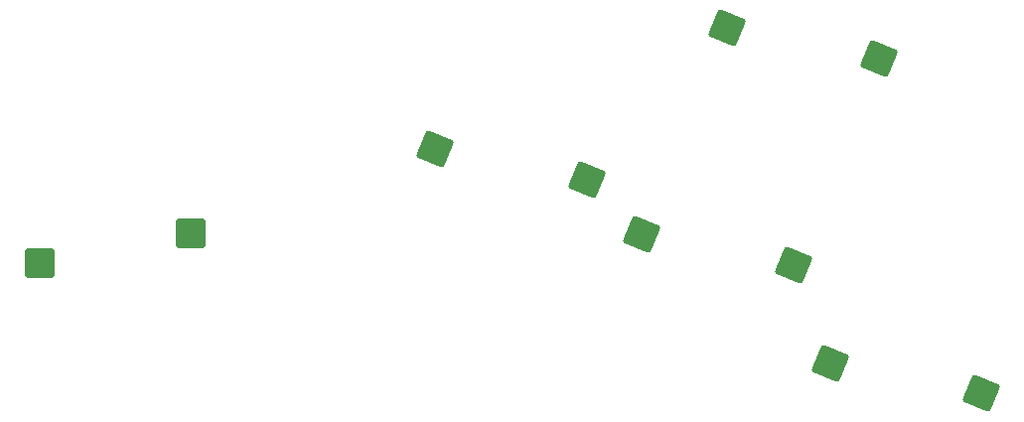
<source format=gbr>
%TF.GenerationSoftware,KiCad,Pcbnew,8.0.4*%
%TF.CreationDate,2024-07-30T01:54:57-07:00*%
%TF.ProjectId,3board_a,33626f61-7264-45f6-912e-6b696361645f,rev?*%
%TF.SameCoordinates,Original*%
%TF.FileFunction,Paste,Bot*%
%TF.FilePolarity,Positive*%
%FSLAX46Y46*%
G04 Gerber Fmt 4.6, Leading zero omitted, Abs format (unit mm)*
G04 Created by KiCad (PCBNEW 8.0.4) date 2024-07-30 01:54:57*
%MOMM*%
%LPD*%
G01*
G04 APERTURE LIST*
G04 Aperture macros list*
%AMRoundRect*
0 Rectangle with rounded corners*
0 $1 Rounding radius*
0 $2 $3 $4 $5 $6 $7 $8 $9 X,Y pos of 4 corners*
0 Add a 4 corners polygon primitive as box body*
4,1,4,$2,$3,$4,$5,$6,$7,$8,$9,$2,$3,0*
0 Add four circle primitives for the rounded corners*
1,1,$1+$1,$2,$3*
1,1,$1+$1,$4,$5*
1,1,$1+$1,$6,$7*
1,1,$1+$1,$8,$9*
0 Add four rect primitives between the rounded corners*
20,1,$1+$1,$2,$3,$4,$5,0*
20,1,$1+$1,$4,$5,$6,$7,0*
20,1,$1+$1,$6,$7,$8,$9,0*
20,1,$1+$1,$8,$9,$2,$3,0*%
G04 Aperture macros list end*
%ADD10RoundRect,0.250000X-1.329660X-0.531629X0.564293X-1.316130X1.329660X0.531629X-0.564293X1.316130X0*%
%ADD11RoundRect,0.250000X-1.025000X-1.000000X1.025000X-1.000000X1.025000X1.000000X-1.025000X1.000000X0*%
G04 APERTURE END LIST*
D10*
%TO.C,SW20_RIGHT*%
X120330272Y-77942034D03*
X133245279Y-80542329D03*
%TD*%
%TO.C,SW19_LEFT*%
X86661196Y-59666277D03*
X99576203Y-62266572D03*
%TD*%
%TO.C,SW17_W*%
X111551220Y-49356491D03*
X124466227Y-51956786D03*
%TD*%
D11*
%TO.C,SW8_DP*%
X52915000Y-69451696D03*
X65842000Y-66911696D03*
%TD*%
D10*
%TO.C,SW18_DOWN*%
X104261101Y-66956396D03*
X117176108Y-69556691D03*
%TD*%
M02*

</source>
